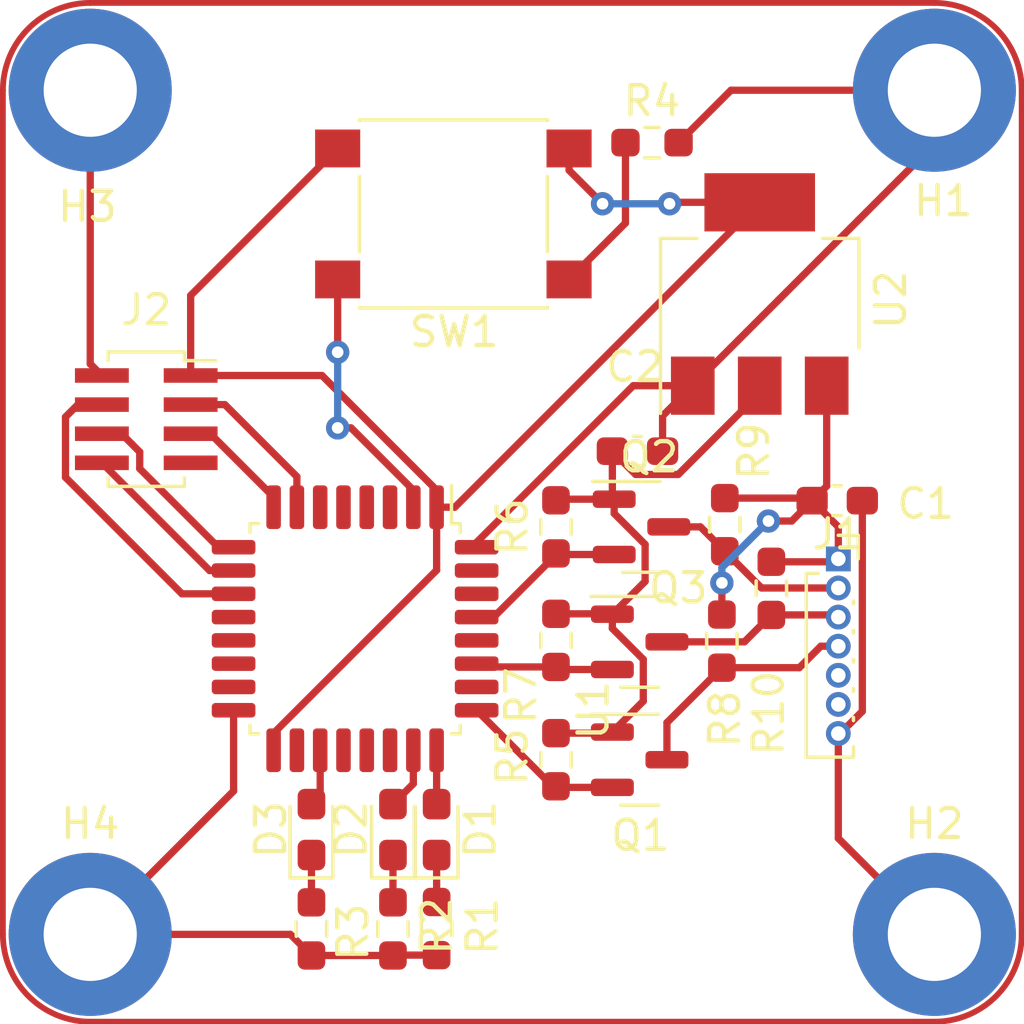
<source format=kicad_pcb>
(kicad_pcb (version 20221018) (generator pcbnew)
  (layers (0 "F.Cu" signal) (31 "B.Cu" signal) (34 "B.Paste" user) (35 "F.Paste" user) (36 "B.SilkS" user "B.Silkscreen") (37 "F.SilkS" user "F.Silkscreen") (38 "B.Mask" user) (39 "F.Mask" user) (44 "Edge.Cuts" user))
  (net 0 "")
  (net 1 "+5V")
  (net 2 "GND")
  (net 3 "+3.3V")
  (net 4 "Net-(D1-K)")
  (net 5 "Player1_LED")
  (net 6 "Net-(D2-K)")
  (net 7 "Player2_LED")
  (net 8 "Net-(D3-K)")
  (net 9 "Status_LED")
  (net 10 "Data_Clock_SNES")
  (net 11 "Data_Latch_SNES")
  (net 12 "Serial_Data_SNES")
  (net 15 "SPI_Chip_Select")
  (net 16 "Chip_Enable")
  (net 17 "SPI_Digital_Input")
  (net 18 "SPI_Clock")
  (net 20 "SPI_Digital_Output")
  (net 21 "Serial_Data_STM32")
  (net 22 "Data_Clock_STM32")
  (net 23 "Data_Latch_STM32")
  (net 24 "Appairing_Btn")
  (net 28 "+3.3VA")
  (footprint "Diode_SMD:D_0603_1608Metric_Pad1.05x0.95mm_HandSolder" (layer "F.Cu") (at 155.9 107.4 90)
    (fp_text reference "D1" (at 0 1.5 90) (layer "F.SilkS"))
    (fp_text value "LED_Small" hide)
    (fp_line (start -1.66 -0.735) (end -1.66 0.735) (stroke (width 0.12)) (layer "F.SilkS"))
    (fp_line (start -1.66 0.735) (end 0.8 0.735) (stroke (width 0.12)) (layer "F.SilkS"))
    (fp_line (start 0.8 -0.735) (end -1.66 -0.735) (stroke (width 0.12)) (layer "F.SilkS"))
    (pad "1" smd roundrect (at -0.875 0 90) (size 1.05 0.95) (layers "F.Cu" "F.Paste" "F.Mask") (net 4 "Net-(D1-K)"))
    (pad "2" smd roundrect (at 0.875 0 90) (size 1.05 0.95) (layers "F.Cu" "F.Paste" "F.Mask") (net 5 "Player1_LED"))
  )
  (footprint "Connector_PinSocket_1.00mm:PinSocket_1x07_P1.00mm_Vertical" (layer "F.Cu") (at 169.7 98.1)
    (fp_text reference "J1" (at -0.0275 -0.85) (layer "F.SilkS"))
    (fp_text value "Conn_01x07_Socket" hide)
    (fp_line (start -1.1 0.5) (end -1.1 6.81) (stroke (width 0.12)) (layer "F.SilkS"))
    (fp_line (start -1.1 0.5) (end -0.685 0.5) (stroke (width 0.12)) (layer "F.SilkS"))
    (fp_line (start -1.1 6.81) (end 0.52 6.81) (stroke (width 0.12)) (layer "F.SilkS"))
    (fp_line (start 0 -0.81) (end 0.685 -0.81) (stroke (width 0.12)) (layer "F.SilkS"))
    (fp_line (start 0.52 1.445898) (end 0.52 1.554102) (stroke (width 0.12)) (layer "F.SilkS"))
    (fp_line (start 0.52 2.445898) (end 0.52 2.554102) (stroke (width 0.12)) (layer "F.SilkS"))
    (fp_line (start 0.52 3.445898) (end 0.52 3.554102) (stroke (width 0.12)) (layer "F.SilkS"))
    (fp_line (start 0.52 4.445898) (end 0.52 4.554102) (stroke (width 0.12)) (layer "F.SilkS"))
    (fp_line (start 0.52 5.445898) (end 0.52 5.554102) (stroke (width 0.12)) (layer "F.SilkS"))
    (fp_line (start 0.52 6.445898) (end 0.52 6.81) (stroke (width 0.12)) (layer "F.SilkS"))
    (fp_line (start 0.685 -0.81) (end 0.685 0) (stroke (width 0.12)) (layer "F.SilkS"))
    (pad "1" thru_hole rect (at 0 0) (size 0.85 0.85) (drill 0.5) (layers "*.Cu" "*.Mask") (net 1 "+5V"))
    (pad "2" thru_hole oval (at 0 1) (size 0.85 0.85) (drill 0.5) (layers "*.Cu" "*.Mask") (net 10 "Data_Clock_SNES"))
    (pad "3" thru_hole oval (at 0 2) (size 0.85 0.85) (drill 0.5) (layers "*.Cu" "*.Mask") (net 11 "Data_Latch_SNES"))
    (pad "4" thru_hole oval (at 0 3) (size 0.85 0.85) (drill 0.5) (layers "*.Cu" "*.Mask") (net 12 "Serial_Data_SNES"))
    (pad "5" thru_hole oval (at 0 4) (size 0.85 0.85) (drill 0.5) (layers "*.Cu" "*.Mask"))
    (pad "6" thru_hole oval (at 0 5) (size 0.85 0.85) (drill 0.5) (layers "*.Cu" "*.Mask"))
    (pad "7" thru_hole oval (at 0 6) (size 0.85 0.85) (drill 0.5) (layers "*.Cu" "*.Mask") (net 2 "GND"))
  )
  (footprint "Resistor_SMD:R_0603_1608Metric_Pad0.98x0.95mm_HandSolder" (layer "F.Cu") (at 160 105 -90)
    (fp_text reference "R5" (at -0.1 1.5 90) (layer "F.SilkS"))
    (fp_text value "10k" hide)
    (fp_line (start -0.254724 -0.5225) (end 0.254724 -0.5225) (stroke (width 0.12)) (layer "F.SilkS"))
    (fp_line (start -0.254724 0.5225) (end 0.254724 0.5225) (stroke (width 0.12)) (layer "F.SilkS"))
    (pad "1" smd roundrect (at -0.9125 0 270) (size 0.975 0.95) (layers "F.Cu" "F.Paste" "F.Mask") (net 3 "+3.3V"))
    (pad "2" smd roundrect (at 0.9125 0 270) (size 0.975 0.95) (layers "F.Cu" "F.Paste" "F.Mask") (net 21 "Serial_Data_STM32"))
  )
  (footprint "Resistor_SMD:R_0603_1608Metric_Pad0.98x0.95mm_HandSolder" (layer "F.Cu") (at 165.7 100.925 -90)
    (fp_text reference "R8" (at 2.675 -0.1 90) (layer "F.SilkS"))
    (fp_text value "10k" hide)
    (fp_line (start -0.254724 -0.5225) (end 0.254724 -0.5225) (stroke (width 0.12)) (layer "F.SilkS"))
    (fp_line (start -0.254724 0.5225) (end 0.254724 0.5225) (stroke (width 0.12)) (layer "F.SilkS"))
    (pad "1" smd roundrect (at -0.9125 0 270) (size 0.975 0.95) (layers "F.Cu" "F.Paste" "F.Mask") (net 1 "+5V"))
    (pad "2" smd roundrect (at 0.9125 0 270) (size 0.975 0.95) (layers "F.Cu" "F.Paste" "F.Mask") (net 12 "Serial_Data_SNES"))
  )
  (footprint "Package_TO_SOT_SMD:SOT-223-3_TabPin2" (layer "F.Cu") (at 167 89 90)
    (fp_text reference "U2" (at -0.2 4.5 90) (layer "F.SilkS"))
    (fp_text value "AMS1117-3.3" hide)
    (fp_line (start -4.1 -3.41) (end 1.91 -3.41) (stroke (width 0.12)) (layer "F.SilkS"))
    (fp_line (start -1.85 3.41) (end 1.91 3.41) (stroke (width 0.12)) (layer "F.SilkS"))
    (fp_line (start 1.91 -3.41) (end 1.91 -2.15) (stroke (width 0.12)) (layer "F.SilkS"))
    (fp_line (start 1.91 3.41) (end 1.91 2.15) (stroke (width 0.12)) (layer "F.SilkS"))
    (pad "1" smd rect (at -3.15 -2.3 90) (size 2 1.5) (layers "F.Cu" "F.Paste" "F.Mask") (net 2 "GND"))
    (pad "2" smd rect (at -3.15 0 90) (size 2 1.5) (layers "F.Cu" "F.Paste" "F.Mask") (net 3 "+3.3V"))
    (pad "2" smd rect (at 3.15 0 90) (size 2 3.8) (layers "F.Cu" "F.Paste" "F.Mask") (net 3 "+3.3V"))
    (pad "3" smd rect (at -3.15 2.3 90) (size 2 1.5) (layers "F.Cu" "F.Paste" "F.Mask") (net 1 "+5V"))
  )
  (footprint "Capacitor_SMD:C_0603_1608Metric_Pad1.08x0.95mm_HandSolder" (layer "F.Cu") (at 169.6625 96.1)
    (fp_text reference "C1" (at 3.0375 0.1) (layer "F.SilkS"))
    (fp_text value "1u" hide)
    (fp_line (start -0.146267 -0.51) (end 0.146267 -0.51) (stroke (width 0.12)) (layer "F.SilkS"))
    (fp_line (start -0.146267 0.51) (end 0.146267 0.51) (stroke (width 0.12)) (layer "F.SilkS"))
    (pad "1" smd roundrect (at -0.8625 0) (size 1.075 0.95) (layers "F.Cu" "F.Paste" "F.Mask") (net 1 "+5V"))
    (pad "2" smd roundrect (at 0.8625 0) (size 1.075 0.95) (layers "F.Cu" "F.Paste" "F.Mask") (net 2 "GND"))
  )
  (footprint "MountingHole:MountingHole_3.2mm_M3_DIN965_Pad" (layer "F.Cu") (at 173 111)
    (fp_text reference "H2" (at 0 -3.8) (layer "F.SilkS"))
    (fp_text value "MountingHole_Pad" hide)
    (pad "1" thru_hole circle (at 0 0) (size 5.6 5.6) (drill 3.2) (layers "*.Cu" "*.Mask") (net 2 "GND"))
  )
  (footprint "Diode_SMD:D_0603_1608Metric_Pad1.05x0.95mm_HandSolder" (layer "F.Cu") (at 151.6 107.4 90)
    (fp_text reference "D3" (at 0 -1.4 90) (layer "F.SilkS"))
    (fp_text value "LED_Small" hide)
    (fp_line (start -1.66 -0.735) (end -1.66 0.735) (stroke (width 0.12)) (layer "F.SilkS"))
    (fp_line (start -1.66 0.735) (end 0.8 0.735) (stroke (width 0.12)) (layer "F.SilkS"))
    (fp_line (start 0.8 -0.735) (end -1.66 -0.735) (stroke (width 0.12)) (layer "F.SilkS"))
    (pad "1" smd roundrect (at -0.875 0 90) (size 1.05 0.95) (layers "F.Cu" "F.Paste" "F.Mask") (net 8 "Net-(D3-K)"))
    (pad "2" smd roundrect (at 0.875 0 90) (size 1.05 0.95) (layers "F.Cu" "F.Paste" "F.Mask") (net 9 "Status_LED"))
  )
  (footprint "Button_Switch_SMD:SW_Push_1P1T_NO_6x6mm_H9.5mm" (layer "F.Cu") (at 156.475 86.25)
    (fp_text reference "SW1" (at 0.025 4.05) (layer "F.SilkS"))
    (fp_text value "SW_Push" hide)
    (fp_line (start -3.23 -3.23) (end 3.23 -3.23) (stroke (width 0.12)) (layer "F.SilkS"))
    (fp_line (start -3.23 -3.2) (end -3.23 -3.23) (stroke (width 0.12)) (layer "F.SilkS"))
    (fp_line (start -3.23 -1.3) (end -3.23 1.3) (stroke (width 0.12)) (layer "F.SilkS"))
    (fp_line (start -3.23 3.23) (end -3.23 3.2) (stroke (width 0.12)) (layer "F.SilkS"))
    (fp_line (start -3.23 3.23) (end 3.23 3.23) (stroke (width 0.12)) (layer "F.SilkS"))
    (fp_line (start 3.23 -3.23) (end 3.23 -3.2) (stroke (width 0.12)) (layer "F.SilkS"))
    (fp_line (start 3.23 -1.3) (end 3.23 1.3) (stroke (width 0.12)) (layer "F.SilkS"))
    (fp_line (start 3.23 3.23) (end 3.23 3.2) (stroke (width 0.12)) (layer "F.SilkS"))
    (pad "1" smd rect (at -3.975 -2.25) (size 1.55 1.3) (layers "F.Cu" "F.Paste" "F.Mask") (net 3 "+3.3V"))
    (pad "1" smd rect (at 3.975 -2.25) (size 1.55 1.3) (layers "F.Cu" "F.Paste" "F.Mask") (net 3 "+3.3V"))
    (pad "2" smd rect (at -3.975 2.25) (size 1.55 1.3) (layers "F.Cu" "F.Paste" "F.Mask") (net 24 "Appairing_Btn"))
    (pad "2" smd rect (at 3.975 2.25) (size 1.55 1.3) (layers "F.Cu" "F.Paste" "F.Mask") (net 24 "Appairing_Btn"))
  )
  (footprint "Resistor_SMD:R_0603_1608Metric_Pad0.98x0.95mm_HandSolder" (layer "F.Cu") (at 160 97 -90)
    (fp_text reference "R6" (at 0 1.5 90) (layer "F.SilkS"))
    (fp_text value "10k" hide)
    (fp_line (start -0.254724 -0.5225) (end 0.254724 -0.5225) (stroke (width 0.12)) (layer "F.SilkS"))
    (fp_line (start -0.254724 0.5225) (end 0.254724 0.5225) (stroke (width 0.12)) (layer "F.SilkS"))
    (pad "1" smd roundrect (at -0.9125 0 270) (size 0.975 0.95) (layers "F.Cu" "F.Paste" "F.Mask") (net 3 "+3.3V"))
    (pad "2" smd roundrect (at 0.9125 0 270) (size 0.975 0.95) (layers "F.Cu" "F.Paste" "F.Mask") (net 22 "Data_Clock_STM32"))
  )
  (footprint "Resistor_SMD:R_0603_1608Metric_Pad0.98x0.95mm_HandSolder" (layer "F.Cu") (at 163.3 83.8)
    (fp_text reference "R4" (at 0 -1.43) (layer "F.SilkS"))
    (fp_text value "10k" hide)
    (fp_line (start -0.254724 -0.5225) (end 0.254724 -0.5225) (stroke (width 0.12)) (layer "F.SilkS"))
    (fp_line (start -0.254724 0.5225) (end 0.254724 0.5225) (stroke (width 0.12)) (layer "F.SilkS"))
    (pad "1" smd roundrect (at -0.9125 0) (size 0.975 0.95) (layers "F.Cu" "F.Paste" "F.Mask") (net 24 "Appairing_Btn"))
    (pad "2" smd roundrect (at 0.9125 0) (size 0.975 0.95) (layers "F.Cu" "F.Paste" "F.Mask") (net 2 "GND"))
  )
  (footprint "Connector_PinSocket_1.00mm:PinSocket_2x04_P1.00mm_Vertical_SMD" (layer "F.Cu") (at 145.925 93.3)
    (fp_text reference "J2" (at 0 -3.75) (layer "F.SilkS"))
    (fp_text value "Conn_01x08_Socket" hide)
    (fp_line (start -1.31 -2.31) (end -1.31 -2.01) (stroke (width 0.12)) (layer "F.SilkS"))
    (fp_line (start -1.31 -2.31) (end 1.31 -2.31) (stroke (width 0.12)) (layer "F.SilkS"))
    (fp_line (start -1.31 2.01) (end -1.31 2.31) (stroke (width 0.12)) (layer "F.SilkS"))
    (fp_line (start -1.31 2.31) (end 1.31 2.31) (stroke (width 0.12)) (layer "F.SilkS"))
    (fp_line (start 1.31 -2.31) (end 1.31 -2.01) (stroke (width 0.12)) (layer "F.SilkS"))
    (fp_line (start 1.31 -2.01) (end 2.39 -2.01) (stroke (width 0.12)) (layer "F.SilkS"))
    (fp_line (start 1.31 2.01) (end 1.31 2.31) (stroke (width 0.12)) (layer "F.SilkS"))
    (pad "1" smd rect (at 1.525 -1.5) (size 1.85 0.5) (layers "F.Cu" "F.Paste" "F.Mask") (net 3 "+3.3V"))
    (pad "2" smd rect (at -1.525 -1.5) (size 1.85 0.5) (layers "F.Cu" "F.Paste" "F.Mask") (net 2 "GND"))
    (pad "3" smd rect (at 1.525 -0.5) (size 1.85 0.5) (layers "F.Cu" "F.Paste" "F.Mask") (net 15 "SPI_Chip_Select"))
    (pad "4" smd rect (at -1.525 -0.5) (size 1.85 0.5) (layers "F.Cu" "F.Paste" "F.Mask") (net 16 "Chip_Enable"))
    (pad "5" smd rect (at 1.525 0.5) (size 1.85 0.5) (layers "F.Cu" "F.Paste" "F.Mask") (net 17 "SPI_Digital_Input"))
    (pad "6" smd rect (at -1.525 0.5) (size 1.85 0.5) (layers "F.Cu" "F.Paste" "F.Mask") (net 18 "SPI_Clock"))
    (pad "7" smd rect (at 1.525 1.5) (size 1.85 0.5) (layers "F.Cu" "F.Paste" "F.Mask"))
    (pad "8" smd rect (at -1.525 1.5) (size 1.85 0.5) (layers "F.Cu" "F.Paste" "F.Mask") (net 20 "SPI_Digital_Output"))
  )
  (footprint "Package_TO_SOT_SMD:SOT-23" (layer "F.Cu") (at 162.9375 97)
    (fp_text reference "Q2" (at 0.2625 -2.4) (layer "F.SilkS"))
    (fp_text value "2N7002" hide)
    (fp_line (start 0 -1.56) (end -1.675 -1.56) (stroke (width 0.12)) (layer "F.SilkS"))
    (fp_line (start 0 -1.56) (end 0.65 -1.56) (stroke (width 0.12)) (layer "F.SilkS"))
    (fp_line (start 0 1.56) (end -0.65 1.56) (stroke (width 0.12)) (layer "F.SilkS"))
    (fp_line (start 0 1.56) (end 0.65 1.56) (stroke (width 0.12)) (layer "F.SilkS"))
    (pad "1" smd roundrect (at -0.9375 -0.95) (size 1.475 0.6) (layers "F.Cu" "F.Paste" "F.Mask") (net 3 "+3.3V"))
    (pad "2" smd roundrect (at -0.9375 0.95) (size 1.475 0.6) (layers "F.Cu" "F.Paste" "F.Mask") (net 22 "Data_Clock_STM32"))
    (pad "3" smd roundrect (at 0.9375 0) (size 1.475 0.6) (layers "F.Cu" "F.Paste" "F.Mask") (net 10 "Data_Clock_SNES"))
  )
  (footprint "Resistor_SMD:R_0603_1608Metric_Pad0.98x0.95mm_HandSolder" (layer "F.Cu") (at 167.4 99.1125 -90)
    (fp_text reference "R10" (at 4.2875 0.1 90) (layer "F.SilkS"))
    (fp_text value "10k" hide)
    (fp_line (start -0.254724 -0.5225) (end 0.254724 -0.5225) (stroke (width 0.12)) (layer "F.SilkS"))
    (fp_line (start -0.254724 0.5225) (end 0.254724 0.5225) (stroke (width 0.12)) (layer "F.SilkS"))
    (pad "1" smd roundrect (at -0.9125 0 270) (size 0.975 0.95) (layers "F.Cu" "F.Paste" "F.Mask") (net 1 "+5V"))
    (pad "2" smd roundrect (at 0.9125 0 270) (size 0.975 0.95) (layers "F.Cu" "F.Paste" "F.Mask") (net 11 "Data_Latch_SNES"))
  )
  (footprint "Resistor_SMD:R_0603_1608Metric_Pad0.98x0.95mm_HandSolder" (layer "F.Cu") (at 151.6 110.8125 -90)
    (fp_text reference "R3" (at 0.1125 -1.43 90) (layer "F.SilkS"))
    (fp_text value "1k" hide)
    (fp_line (start -0.254724 -0.5225) (end 0.254724 -0.5225) (stroke (width 0.12)) (layer "F.SilkS"))
    (fp_line (start -0.254724 0.5225) (end 0.254724 0.5225) (stroke (width 0.12)) (layer "F.SilkS"))
    (pad "1" smd roundrect (at -0.9125 0 270) (size 0.975 0.95) (layers "F.Cu" "F.Paste" "F.Mask") (net 8 "Net-(D3-K)"))
    (pad "2" smd roundrect (at 0.9125 0 270) (size 0.975 0.95) (layers "F.Cu" "F.Paste" "F.Mask") (net 2 "GND"))
  )
  (footprint "MountingHole:MountingHole_3.2mm_M3_DIN965_Pad" (layer "F.Cu") (at 144 82)
    (fp_text reference "H3" (at -0.1 4) (layer "F.SilkS"))
    (fp_text value "MountingHole_Pad" hide)
    (pad "1" thru_hole circle (at 0 0) (size 5.6 5.6) (drill 3.2) (layers "*.Cu" "*.Mask") (net 2 "GND"))
  )
  (footprint "Resistor_SMD:R_0603_1608Metric_Pad0.98x0.95mm_HandSolder" (layer "F.Cu") (at 154.4 110.8125 -90)
    (fp_text reference "R2" (at -0.1 -1.5 90) (layer "F.SilkS"))
    (fp_text value "1k" hide)
    (fp_line (start -0.254724 -0.5225) (end 0.254724 -0.5225) (stroke (width 0.12)) (layer "F.SilkS"))
    (fp_line (start -0.254724 0.5225) (end 0.254724 0.5225) (stroke (width 0.12)) (layer "F.SilkS"))
    (pad "1" smd roundrect (at -0.9125 0 270) (size 0.975 0.95) (layers "F.Cu" "F.Paste" "F.Mask") (net 6 "Net-(D2-K)"))
    (pad "2" smd roundrect (at 0.9125 0 270) (size 0.975 0.95) (layers "F.Cu" "F.Paste" "F.Mask") (net 2 "GND"))
  )
  (footprint "Capacitor_SMD:C_0603_1608Metric_Pad1.08x0.95mm_HandSolder" (layer "F.Cu") (at 162.8 94.4)
    (fp_text reference "C2" (at -0.1 -2.9) (layer "F.SilkS"))
    (fp_text value "1u" hide)
    (fp_line (start -0.146267 -0.51) (end 0.146267 -0.51) (stroke (width 0.12)) (layer "F.SilkS"))
    (fp_line (start -0.146267 0.51) (end 0.146267 0.51) (stroke (width 0.12)) (layer "F.SilkS"))
    (pad "1" smd roundrect (at -0.8625 0) (size 1.075 0.95) (layers "F.Cu" "F.Paste" "F.Mask") (net 3 "+3.3V"))
    (pad "2" smd roundrect (at 0.8625 0) (size 1.075 0.95) (layers "F.Cu" "F.Paste" "F.Mask") (net 2 "GND"))
  )
  (footprint "Package_QFP:LQFP-32_7x7mm_P0.8mm" (layer "F.Cu") (at 153.1 100.5 -90)
    (fp_text reference "U1" (at 2.8 -8.18 90) (layer "F.SilkS"))
    (fp_text value "STM32L412KBTx" hide)
    (fp_line (start -3.61 -3.61) (end -3.61 -3.31) (stroke (width 0.12)) (layer "F.SilkS"))
    (fp_line (start -3.61 -3.31) (end -4.925 -3.31) (stroke (width 0.12)) (layer "F.SilkS"))
    (fp_line (start -3.61 3.61) (end -3.61 3.31) (stroke (width 0.12)) (layer "F.SilkS"))
    (fp_line (start -3.31 -3.61) (end -3.61 -3.61) (stroke (width 0.12)) (layer "F.SilkS"))
    (fp_line (start -3.31 3.61) (end -3.61 3.61) (stroke (width 0.12)) (layer "F.SilkS"))
    (fp_line (start 3.31 -3.61) (end 3.61 -3.61) (stroke (width 0.12)) (layer "F.SilkS"))
    (fp_line (start 3.31 3.61) (end 3.61 3.61) (stroke (width 0.12)) (layer "F.SilkS"))
    (fp_line (start 3.61 -3.61) (end 3.61 -3.31) (stroke (width 0.12)) (layer "F.SilkS"))
    (fp_line (start 3.61 3.61) (end 3.61 3.31) (stroke (width 0.12)) (layer "F.SilkS"))
    (pad "1" smd roundrect (at -4.175 -2.8 270) (size 1.5 0.5) (layers "F.Cu" "F.Paste" "F.Mask") (net 3 "+3.3V"))
    (pad "2" smd roundrect (at -4.175 -2 270) (size 1.5 0.5) (layers "F.Cu" "F.Paste" "F.Mask") (net 24 "Appairing_Btn"))
    (pad "3" smd roundrect (at -4.175 -1.2 270) (size 1.5 0.5) (layers "F.Cu" "F.Paste" "F.Mask"))
    (pad "4" smd roundrect (at -4.175 -0.4 270) (size 1.5 0.5) (layers "F.Cu" "F.Paste" "F.Mask"))
    (pad "5" smd roundrect (at -4.175 0.4 270) (size 1.5 0.5) (layers "F.Cu" "F.Paste" "F.Mask") (net 28 "+3.3VA"))
    (pad "6" smd roundrect (at -4.175 1.2 270) (size 1.5 0.5) (layers "F.Cu" "F.Paste" "F.Mask"))
    (pad "7" smd roundrect (at -4.175 2 270) (size 1.5 0.5) (layers "F.Cu" "F.Paste" "F.Mask") (net 15 "SPI_Chip_Select"))
    (pad "8" smd roundrect (at -4.175 2.8 270) (size 1.5 0.5) (layers "F.Cu" "F.Paste" "F.Mask") (net 17 "SPI_Digital_Input"))
    (pad "9" smd roundrect (at -2.8 4.175 270) (size 0.5 1.5) (layers "F.Cu" "F.Paste" "F.Mask") (net 18 "SPI_Clock"))
    (pad "10" smd roundrect (at -2 4.175 270) (size 0.5 1.5) (layers "F.Cu" "F.Paste" "F.Mask") (net 20 "SPI_Digital_Output"))
    (pad "11" smd roundrect (at -1.2 4.175 270) (size 0.5 1.5) (layers "F.Cu" "F.Paste" "F.Mask") (net 16 "Chip_Enable"))
    (pad "12" smd roundrect (at -0.4 4.175 270) (size 0.5 1.5) (layers "F.Cu" "F.Paste" "F.Mask"))
    (pad "13" smd roundrect (at 0.4 4.175 270) (size 0.5 1.5) (layers "F.Cu" "F.Paste" "F.Mask"))
    (pad "14" smd roundrect (at 1.2 4.175 270) (size 0.5 1.5) (layers "F.Cu" "F.Paste" "F.Mask"))
    (pad "15" smd roundrect (at 2 4.175 270) (size 0.5 1.5) (layers "F.Cu" "F.Paste" "F.Mask"))
    (pad "16" smd roundrect (at 2.8 4.175 270) (size 0.5 1.5) (layers "F.Cu" "F.Paste" "F.Mask") (net 2 "GND"))
    (pad "17" smd roundrect (at 4.175 2.8 270) (size 1.5 0.5) (layers "F.Cu" "F.Paste" "F.Mask") (net 3 "+3.3V"))
    (pad "18" smd roundrect (at 4.175 2 270) (size 1.5 0.5) (layers "F.Cu" "F.Paste" "F.Mask"))
    (pad "19" smd roundrect (at 4.175 1.2 270) (size 1.5 0.5) (layers "F.Cu" "F.Paste" "F.Mask") (net 9 "Status_LED"))
    (pad "20" smd roundrect (at 4.175 0.4 270) (size 1.5 0.5) (layers "F.Cu" "F.Paste" "F.Mask"))
    (pad "21" smd roundrect (at 4.175 -0.4 270) (size 1.5 0.5) (layers "F.Cu" "F.Paste" "F.Mask"))
    (pad "22" smd roundrect (at 4.175 -1.2 270) (size 1.5 0.5) (layers "F.Cu" "F.Paste" "F.Mask"))
    (pad "23" smd roundrect (at 4.175 -2 270) (size 1.5 0.5) (layers "F.Cu" "F.Paste" "F.Mask") (net 7 "Player2_LED"))
    (pad "24" smd roundrect (at 4.175 -2.8 270) (size 1.5 0.5) (layers "F.Cu" "F.Paste" "F.Mask") (net 5 "Player1_LED"))
    (pad "25" smd roundrect (at 2.8 -4.175 270) (size 0.5 1.5) (layers "F.Cu" "F.Paste" "F.Mask") (net 21 "Serial_Data_STM32"))
    (pad "26" smd roundrect (at 2 -4.175 270) (size 0.5 1.5) (layers "F.Cu" "F.Paste" "F.Mask"))
    (pad "27" smd roundrect (at 1.2 -4.175 270) (size 0.5 1.5) (layers "F.Cu" "F.Paste" "F.Mask") (net 23 "Data_Latch_STM32"))
    (pad "28" smd roundrect (at 0.4 -4.175 270) (size 0.5 1.5) (layers "F.Cu" "F.Paste" "F.Mask"))
    (pad "29" smd roundrect (at -0.4 -4.175 270) (size 0.5 1.5) (layers "F.Cu" "F.Paste" "F.Mask") (net 22 "Data_Clock_STM32"))
    (pad "30" smd roundrect (at -1.2 -4.175 270) (size 0.5 1.5) (layers "F.Cu" "F.Paste" "F.Mask"))
    (pad "31" smd roundrect (at -2 -4.175 270) (size 0.5 1.5) (layers "F.Cu" "F.Paste" "F.Mask"))
    (pad "32" smd roundrect (at -2.8 -4.175 270) (size 0.5 1.5) (layers "F.Cu" "F.Paste" "F.Mask") (net 2 "GND"))
  )
  (footprint "Resistor_SMD:R_0603_1608Metric_Pad0.98x0.95mm_HandSolder" (layer "F.Cu") (at 165.8 96.925 -90)
    (fp_text reference "R9" (at -2.525 -1 90) (layer "F.SilkS"))
    (fp_text value "10k" hide)
    (fp_line (start -0.254724 -0.5225) (end 0.254724 -0.5225) (stroke (width 0.12)) (layer "F.SilkS"))
    (fp_line (start -0.254724 0.5225) (end 0.254724 0.5225) (stroke (width 0.12)) (layer "F.SilkS"))
    (pad "1" smd roundrect (at -0.9125 0 270) (size 0.975 0.95) (layers "F.Cu" "F.Paste" "F.Mask") (net 1 "+5V"))
    (pad "2" smd roundrect (at 0.9125 0 270) (size 0.975 0.95) (layers "F.Cu" "F.Paste" "F.Mask") (net 10 "Data_Clock_SNES"))
  )
  (footprint "Package_TO_SOT_SMD:SOT-23" (layer "F.Cu") (at 162.875 105)
    (fp_text reference "Q1" (at 0.025 2.6) (layer "F.SilkS"))
    (fp_text value "2N7002" hide)
    (fp_line (start 0 -1.56) (end -1.675 -1.56) (stroke (width 0.12)) (layer "F.SilkS"))
    (fp_line (start 0 -1.56) (end 0.65 -1.56) (stroke (width 0.12)) (layer "F.SilkS"))
    (fp_line (start 0 1.56) (end -0.65 1.56) (stroke (width 0.12)) (layer "F.SilkS"))
    (fp_line (start 0 1.56) (end 0.65 1.56) (stroke (width 0.12)) (layer "F.SilkS"))
    (pad "1" smd roundrect (at -0.9375 -0.95) (size 1.475 0.6) (layers "F.Cu" "F.Paste" "F.Mask") (net 3 "+3.3V"))
    (pad "2" smd roundrect (at -0.9375 0.95) (size 1.475 0.6) (layers "F.Cu" "F.Paste" "F.Mask") (net 21 "Serial_Data_STM32"))
    (pad "3" smd roundrect (at 0.9375 0) (size 1.475 0.6) (layers "F.Cu" "F.Paste" "F.Mask") (net 12 "Serial_Data_SNES"))
  )
  (footprint "Resistor_SMD:R_0603_1608Metric_Pad0.98x0.95mm_HandSolder" (layer "F.Cu") (at 160 100.9 -90)
    (fp_text reference "R7" (at 1.9 1.2 90) (layer "F.SilkS"))
    (fp_text value "10k" hide)
    (fp_line (start -0.254724 -0.5225) (end 0.254724 -0.5225) (stroke (width 0.12)) (layer "F.SilkS"))
    (fp_line (start -0.254724 0.5225) (end 0.254724 0.5225) (stroke (width 0.12)) (layer "F.SilkS"))
    (pad "1" smd roundrect (at -0.9125 0 270) (size 0.975 0.95) (layers "F.Cu" "F.Paste" "F.Mask") (net 3 "+3.3V"))
    (pad "2" smd roundrect (at 0.9125 0 270) (size 0.975 0.95) (layers "F.Cu" "F.Paste" "F.Mask") (net 23 "Data_Latch_STM32"))
  )
  (footprint "Resistor_SMD:R_0603_1608Metric_Pad0.98x0.95mm_HandSolder" (layer "F.Cu") (at 155.9 110.8 -90)
    (fp_text reference "R1" (at -0.08 -1.57 90) (layer "F.SilkS"))
    (fp_text value "1k" hide)
    (fp_line (start -0.254724 -0.5225) (end 0.254724 -0.5225) (stroke (width 0.12)) (layer "F.SilkS"))
    (fp_line (start -0.254724 0.5225) (end 0.254724 0.5225) (stroke (width 0.12)) (layer "F.SilkS"))
    (pad "1" smd roundrect (at -0.9125 0 270) (size 0.975 0.95) (layers "F.Cu" "F.Paste" "F.Mask") (net 4 "Net-(D1-K)"))
    (pad "2" smd roundrect (at 0.9125 0 270) (size 0.975 0.95) (layers "F.Cu" "F.Paste" "F.Mask") (net 2 "GND"))
  )
  (footprint "Package_TO_SOT_SMD:SOT-23" (layer "F.Cu") (at 162.875 100.95)
    (fp_text reference "Q3" (at 1.325 -1.85) (layer "F.SilkS"))
    (fp_text value "2N7002" hide)
    (fp_line (start 0 -1.56) (end -1.675 -1.56) (stroke (width 0.12)) (layer "F.SilkS"))
    (fp_line (start 0 -1.56) (end 0.65 -1.56) (stroke (width 0.12)) (layer "F.SilkS"))
    (fp_line (start 0 1.56) (end -0.65 1.56) (stroke (width 0.12)) (layer "F.SilkS"))
    (fp_line (start 0 1.56) (end 0.65 1.56) (stroke (width 0.12)) (layer "F.SilkS"))
    (pad "1" smd roundrect (at -0.9375 -0.95) (size 1.475 0.6) (layers "F.Cu" "F.Paste" "F.Mask") (net 3 "+3.3V"))
    (pad "2" smd roundrect (at -0.9375 0.95) (size 1.475 0.6) (layers "F.Cu" "F.Paste" "F.Mask") (net 23 "Data_Latch_STM32"))
    (pad "3" smd roundrect (at 0.9375 0) (size 1.475 0.6) (layers "F.Cu" "F.Paste" "F.Mask") (net 11 "Data_Latch_SNES"))
  )
  (footprint "Diode_SMD:D_0603_1608Metric_Pad1.05x0.95mm_HandSolder" (layer "F.Cu") (at 154.4 107.4 90)
    (fp_text reference "D2" (at 0 -1.43 90) (layer "F.SilkS"))
    (fp_text value "LED_Small" hide)
    (fp_line (start -1.66 -0.735) (end -1.66 0.735) (stroke (width 0.12)) (layer "F.SilkS"))
    (fp_line (start -1.66 0.735) (end 0.8 0.735) (stroke (width 0.12)) (layer "F.SilkS"))
    (fp_line (start 0.8 -0.735) (end -1.66 -0.735) (stroke (width 0.12)) (layer "F.SilkS"))
    (pad "1" smd roundrect (at -0.875 0 90) (size 1.05 0.95) (layers "F.Cu" "F.Paste" "F.Mask") (net 6 "Net-(D2-K)"))
    (pad "2" smd roundrect (at 0.875 0 90) (size 1.05 0.95) (layers "F.Cu" "F.Paste" "F.Mask") (net 7 "Player2_LED"))
  )
  (footprint "MountingHole:MountingHole_3.2mm_M3_DIN965_Pad" (layer "F.Cu") (at 173 82)
    (fp_text reference "H1" (at 0.3 3.8) (layer "F.SilkS"))
    (fp_text value "MountingHole_Pad" hide)
    (pad "1" thru_hole circle (at 0 0) (size 5.6 5.6) (drill 3.2) (layers "*.Cu" "*.Mask") (net 2 "GND"))
  )
  (footprint "MountingHole:MountingHole_3.2mm_M3_DIN965_Pad" (layer "F.Cu") (at 144 111)
    (fp_text reference "H4" (at 0 -3.8) (layer "F.SilkS"))
    (fp_text value "MountingHole_Pad" hide)
    (pad "1" thru_hole circle (at 0 0) (size 5.6 5.6) (drill 3.2) (layers "*.Cu" "*.Mask") (net 2 "GND"))
  )
  (gr_line (start 176 82) (end 176 111) (stroke (width 0.2)) (layer "F.Cu"))
  (gr_arc (start 144 114) (mid 141.87868 113.12132) (end 141 111) (stroke (width 0.2)) (layer "F.Cu"))
  (gr_arc (start 176 111) (mid 175.12132 113.12132) (end 173 114) (stroke (width 0.2)) (layer "F.Cu"))
  (gr_arc (start 173 79) (mid 175.12132 79.87868) (end 176 82) (stroke (width 0.2)) (layer "F.Cu"))
  (gr_arc (start 141 82) (mid 141.87868 79.87868) (end 144 79) (stroke (width 0.2)) (layer "F.Cu"))
  (gr_line (start 141 82) (end 141 111) (stroke (width 0.2)) (layer "F.Cu"))
  (gr_line (start 173 114) (end 144 114) (stroke (width 0.2)) (layer "F.Cu"))
  (gr_line (start 144 79) (end 173 79) (stroke (width 0.2)) (layer "F.Cu"))
  (segment (start 167.4 98.2) (end 169.6 98.2) (width 0.25) (layer "F.Cu") (net 1))
  (segment (start 169.7 97) (end 168.8 96.1) (width 0.25) (layer "F.Cu") (net 1))
  (segment (start 165.8 96.0125) (end 168.7125 96.0125) (width 0.25) (layer "F.Cu") (net 1))
  (segment (start 167.3 96.8) (end 168.1 96.8) (width 0.25) (layer "F.Cu") (net 1))
  (segment (start 168.1 96.8) (end 168.8 96.1) (width 0.25) (layer "F.Cu") (net 1))
  (segment (start 169.6 98.2) (end 169.7 98.1) (width 0.25) (layer "F.Cu") (net 1))
  (segment (start 169.3 92.15) (end 169.3 95.6) (width 0.25) (layer "F.Cu") (net 1))
  (segment (start 169.3 95.6) (end 168.8 96.1) (width 0.25) (layer "F.Cu") (net 1))
  (segment (start 165.7 100.0125) (end 165.7 98.9245) (width 0.25) (layer "F.Cu") (net 1))
  (segment (start 168.7125 96.0125) (end 168.8 96.1) (width 0.25) (layer "F.Cu") (net 1))
  (segment (start 169.7 98.1) (end 169.7 97) (width 0.25) (layer "F.Cu") (net 1))
  (via (at 167.3 96.8) (size 0.8) (drill 0.4) (layers "F.Cu" "B.Cu") (net 1))
  (via (at 165.7 98.9245) (size 0.8) (drill 0.4) (layers "F.Cu" "B.Cu") (net 1))
  (segment (start 165.7 98.4) (end 167.3 96.8) (width 0.25) (layer "B.Cu") (net 1))
  (segment (start 165.7 98.9245) (end 165.7 98.4) (width 0.25) (layer "B.Cu") (net 1))
  (segment (start 144 82) (end 144 91.4) (width 0.25) (layer "F.Cu") (net 2))
  (segment (start 163.6625 94.4) (end 163.6625 93.1875) (width 0.25) (layer "F.Cu") (net 2))
  (segment (start 162.654505 92.15) (end 157.275 97.529505) (width 0.25) (layer "F.Cu") (net 2))
  (segment (start 166.0125 82) (end 173 82) (width 0.25) (layer "F.Cu") (net 2))
  (segment (start 169.7 104.1) (end 169.7 107.7) (width 0.25) (layer "F.Cu") (net 2))
  (segment (start 154.4125 111.7125) (end 154.4 111.725) (width 0.25) (layer "F.Cu") (net 2))
  (segment (start 149.511396 103.3) (end 148.925 103.3) (width 0.25) (layer "F.Cu") (net 2))
  (segment (start 155.9 111.7125) (end 154.4125 111.7125) (width 0.25) (layer "F.Cu") (net 2))
  (segment (start 169.7 107.7) (end 173 111) (width 0.25) (layer "F.Cu") (net 2))
  (segment (start 170.253052 95.9875) (end 170.2625 95.996948) (width 0.25) (layer "F.Cu") (net 2))
  (segment (start 170.525 96.1) (end 170.525 103.335661) (width 0.25) (layer "F.Cu") (net 2))
  (segment (start 148.925 103.3) (end 148.925 106.075) (width 0.25) (layer "F.Cu") (net 2))
  (segment (start 173 83.85) (end 173 82) (width 0.25) (layer "F.Cu") (net 2))
  (segment (start 164.2125 83.8) (end 166.0125 82) (width 0.25) (layer "F.Cu") (net 2))
  (segment (start 163.6625 93.1875) (end 164.7 92.15) (width 0.25) (layer "F.Cu") (net 2))
  (segment (start 144 91.4) (end 144.4 91.8) (width 0.25) (layer "F.Cu") (net 2))
  (segment (start 164.7 92.15) (end 173 83.85) (width 0.25) (layer "F.Cu") (net 2))
  (segment (start 150.875 111) (end 144 111) (width 0.25) (layer "F.Cu") (net 2))
  (segment (start 157.275 97.529505) (end 157.275 97.7) (width 0.25) (layer "F.Cu") (net 2))
  (segment (start 154.4 111.725) (end 151.6 111.725) (width 0.25) (layer "F.Cu") (net 2))
  (segment (start 148.925 106.075) (end 144 111) (width 0.25) (layer "F.Cu") (net 2))
  (segment (start 170.525 103.335661) (end 169.760661 104.1) (width 0.25) (layer "F.Cu") (net 2))
  (segment (start 151.6 111.725) (end 150.875 111) (width 0.25) (layer "F.Cu") (net 2))
  (segment (start 164.7 92.15) (end 162.654505 92.15) (width 0.25) (layer "F.Cu") (net 2))
  (segment (start 169.760661 104.1) (end 169.7 104.1) (width 0.25) (layer "F.Cu") (net 2))
  (segment (start 147.45 91.8) (end 151.961396 91.8) (width 0.25) (layer "F.Cu") (net 3))
  (segment (start 163.95 85.85) (end 167 85.85) (width 0.25) (layer "F.Cu") (net 3))
  (segment (start 162 96.05) (end 162 96.540749) (width 0.25) (layer "F.Cu") (net 3))
  (segment (start 150.3 104.088604) (end 150.3 104.675) (width 0.25) (layer "F.Cu") (net 3))
  (segment (start 160.45 84.75) (end 161.6 85.9) (width 0.25) (layer "F.Cu") (net 3))
  (segment (start 163.0625 98.875) (end 161.9375 100) (width 0.25) (layer "F.Cu") (net 3))
  (segment (start 162 96.540749) (end 163.0625 97.603249) (width 0.25) (layer "F.Cu") (net 3))
  (segment (start 161.9375 94.4) (end 161.9375 95.9875) (width 0.25) (layer "F.Cu") (net 3))
  (segment (start 160 104.0875) (end 161.9 104.0875) (width 0.25) (layer "F.Cu") (net 3))
  (segment (start 160.45 84) (end 160.45 84.75) (width 0.25) (layer "F.Cu") (net 3))
  (segment (start 163 102.9875) (end 161.9375 104.05) (width 0.25) (layer "F.Cu") (net 3))
  (segment (start 155.9 98.488604) (end 150.3 104.088604) (width 0.25) (layer "F.Cu") (net 3))
  (segment (start 167 92.4) (end 164.2 95.2) (width 0.25) (layer "F.Cu") (net 3))
  (segment (start 160.0375 96.05) (end 160 96.0875) (width 0.25) (layer "F.Cu") (net 3))
  (segment (start 163.0625 97.603249) (end 163.0625 98.875) (width 0.25) (layer "F.Cu") (net 3))
  (segment (start 155.9 95.738604) (end 155.9 96.325) (width 0.25) (layer "F.Cu") (net 3))
  (segment (start 161.925 99.9875) (end 161.9375 100) (width 0.25) (layer "F.Cu") (net 3))
  (segment (start 155.9 96.325) (end 156.525 96.325) (width 0.25) (layer "F.Cu") (net 3))
  (segment (start 156.525 96.325) (end 167 85.85) (width 0.25) (layer "F.Cu") (net 3))
  (segment (start 161.9375 100) (end 161.9375 100.490749) (width 0.25) (layer "F.Cu") (net 3))
  (segment (start 167 92.15) (end 167 92.4) (width 0.25) (layer "F.Cu") (net 3))
  (segment (start 152.5 84) (end 147.45 89.05) (width 0.25) (layer "F.Cu") (net 3))
  (segment (start 151.961396 91.8) (end 155.9 95.738604) (width 0.25) (layer "F.Cu") (net 3))
  (segment (start 155.9 96.325) (end 155.9 98.488604) (width 0.25) (layer "F.Cu") (net 3))
  (segment (start 161.9375 100.490749) (end 163 101.553249) (width 0.25) (layer "F.Cu") (net 3))
  (segment (start 160 99.9875) (end 161.925 99.9875) (width 0.25) (layer "F.Cu") (net 3))
  (segment (start 164.2 95.2) (end 162.7375 95.2) (width 0.25) (layer "F.Cu") (net 3))
  (segment (start 163 101.553249) (end 163 102.9875) (width 0.25) (layer "F.Cu") (net 3))
  (segment (start 162 96.05) (end 160.0375 96.05) (width 0.25) (layer "F.Cu") (net 3))
  (segment (start 161.9 104.0875) (end 161.9375 104.05) (width 0.25) (layer "F.Cu") (net 3))
  (segment (start 147.45 89.05) (end 147.45 91.8) (width 0.25) (layer "F.Cu") (net 3))
  (segment (start 163.9 85.9) (end 163.95 85.85) (width 0.25) (layer "F.Cu") (net 3))
  (segment (start 161.9375 95.9875) (end 162 96.05) (width 0.25) (layer "F.Cu") (net 3))
  (segment (start 162.7375 95.2) (end 161.9375 94.4) (width 0.25) (layer "F.Cu") (net 3))
  (via (at 161.6 85.9) (size 0.8) (drill 0.4) (layers "F.Cu" "B.Cu") (net 3))
  (via (at 163.9 85.9) (size 0.8) (drill 0.4) (layers "F.Cu" "B.Cu") (net 3))
  (segment (start 161.6 85.9) (end 163.9 85.9) (width 0.25) (layer "B.Cu") (net 3))
  (segment (start 155.9 108.275) (end 155.9 109.8875) (width 0.25) (layer "F.Cu") (net 4))
  (segment (start 155.9 106.525) (end 155.9 104.675) (width 0.25) (layer "F.Cu") (net 5))
  (segment (start 154.4 108.275) (end 154.4 109.9) (width 0.25) (layer "F.Cu") (net 6))
  (segment (start 154.4 106.525) (end 155.1 105.825) (width 0.25) (layer "F.Cu") (net 7))
  (segment (start 155.1 105.825) (end 155.1 104.675) (width 0.25) (layer "F.Cu") (net 7))
  (segment (start 151.6 108.275) (end 151.6 109.9) (width 0.25) (layer "F.Cu") (net 8))
  (segment (start 151.9 106.225) (end 151.9 104.675) (width 0.25) (layer "F.Cu") (net 9))
  (segment (start 151.6 106.525) (end 151.9 106.225) (width 0.25) (layer "F.Cu") (net 9))
  (segment (start 167.0625 99.1) (end 169.7 99.1) (width 0.25) (layer "F.Cu") (net 10))
  (segment (start 165.8 97.8375) (end 167.0625 99.1) (width 0.25) (layer "F.Cu") (net 10))
  (segment (start 163.875 97) (end 164.9625 97) (width 0.25) (layer "F.Cu") (net 10))
  (segment (start 164.9625 97) (end 165.8 97.8375) (width 0.25) (layer "F.Cu") (net 10))
  (segment (start 167.4 100.025) (end 166.475 100.95) (width 0.25) (layer "F.Cu") (net 11))
  (segment (start 167.4 100.025) (end 169.625 100.025) (width 0.25) (layer "F.Cu") (net 11))
  (segment (start 166.475 100.95) (end 163.8125 100.95) (width 0.25) (layer "F.Cu") (net 11))
  (segment (start 169.625 100.025) (end 169.7 100.1) (width 0.25) (layer "F.Cu") (net 11))
  (segment (start 163.8125 105) (end 163.8125 103.725) (width 0.25) (layer "F.Cu") (net 12))
  (segment (start 169.09896 101.1) (end 169.7 101.1) (width 0.25) (layer "F.Cu") (net 12))
  (segment (start 165.7 101.8375) (end 168.36146 101.8375) (width 0.25) (layer "F.Cu") (net 12))
  (segment (start 168.36146 101.8375) (end 169.09896 101.1) (width 0.25) (layer "F.Cu") (net 12))
  (segment (start 163.8125 103.725) (end 165.7 101.8375) (width 0.25) (layer "F.Cu") (net 12))
  (segment (start 148.625 92.8) (end 151.1 95.275) (width 0.25) (layer "F.Cu") (net 15))
  (segment (start 151.1 95.275) (end 151.1 96.325) (width 0.25) (layer "F.Cu") (net 15))
  (segment (start 147.45 92.8) (end 148.625 92.8) (width 0.25) (layer "F.Cu") (net 15))
  (segment (start 143.15 95.3) (end 147.15 99.3) (width 0.25) (layer "F.Cu") (net 16))
  (segment (start 143.575 92.8) (end 143.15 93.225) (width 0.25) (layer "F.Cu") (net 16))
  (segment (start 147.15 99.3) (end 148.925 99.3) (width 0.25) (layer "F.Cu") (net 16))
  (segment (start 144.4 92.8) (end 143.575 92.8) (width 0.25) (layer "F.Cu") (net 16))
  (segment (start 143.15 93.225) (end 143.15 95.3) (width 0.25) (layer "F.Cu") (net 16))
  (segment (start 148.125 93.8) (end 150.3 95.975) (width 0.25) (layer "F.Cu") (net 17))
  (segment (start 150.3 95.975) (end 150.3 96.325) (width 0.25) (layer "F.Cu") (net 17))
  (segment (start 147.45 93.8) (end 148.125 93.8) (width 0.25) (layer "F.Cu") (net 17))
  (segment (start 145.075 93.8) (end 145.7 94.425) (width 0.25) (layer "F.Cu") (net 18))
  (segment (start 148.4 97.7) (end 148.925 97.7) (width 0.25) (layer "F.Cu") (net 18))
  (segment (start 145.7 95) (end 148.4 97.7) (width 0.25) (layer "F.Cu") (net 18))
  (segment (start 144.4 93.8) (end 145.075 93.8) (width 0.25) (layer "F.Cu") (net 18))
  (segment (start 145.7 94.425) (end 145.7 95) (width 0.25) (layer "F.Cu") (net 18))
  (segment (start 144.4 94.8) (end 148.1 98.5) (width 0.25) (layer "F.Cu") (net 20))
  (segment (start 148.1 98.5) (end 148.925 98.5) (width 0.25) (layer "F.Cu") (net 20))
  (segment (start 160 105.9125) (end 159.8875 105.9125) (width 0.25) (layer "F.Cu") (net 21))
  (segment (start 161.9375 105.95) (end 160.0375 105.95) (width 0.25) (layer "F.Cu") (net 21))
  (segment (start 160.0375 105.95) (end 160 105.9125) (width 0.25) (layer "F.Cu") (net 21))
  (segment (start 159.8875 105.9125) (end 157.275 103.3) (width 0.25) (layer "F.Cu") (net 21))
  (segment (start 160 97.961396) (end 157.861396 100.1) (width 0.25) (layer "F.Cu") (net 22))
  (segment (start 160 97.9125) (end 160.0375 97.95) (width 0.25) (layer "F.Cu") (net 22))
  (segment (start 160.0375 97.95) (end 162 97.95) (width 0.25) (layer "F.Cu") (net 22))
  (segment (start 160 97.9125) (end 160 97.961396) (width 0.25) (layer "F.Cu") (net 22))
  (segment (start 157.861396 100.1) (end 157.275 100.1) (width 0.25) (layer "F.Cu") (net 22))
  (segment (start 161.9375 101.9) (end 160.0875 101.9) (width 0.25) (layer "F.Cu") (net 23))
  (segment (start 160.0875 101.9) (end 160 101.8125) (width 0.25) (layer "F.Cu") (net 23))
  (segment (start 157.3875 101.8125) (end 157.275 101.7) (width 0.25) (layer "F.Cu") (net 23))
  (segment (start 160 101.8125) (end 157.3875 101.8125) (width 0.25) (layer "F.Cu") (net 23))
  (segment (start 162.3875 86.5625) (end 162.3875 83.8) (width 0.25) (layer "F.Cu") (net 24))
  (segment (start 160.45 88.5) (end 162.3875 86.5625) (width 0.25) (layer "F.Cu") (net 24))
  (segment (start 155.1 95.738604) (end 155.1 96.325) (width 0.25) (layer "F.Cu") (net 24))
  (segment (start 152.5 88.5) (end 152.5 91) (width 0.25) (layer "F.Cu") (net 24))
  (segment (start 152.5 93.6) (end 152.961396 93.6) (width 0.25) (layer "F.Cu") (net 24))
  (segment (start 152.961396 93.6) (end 155.1 95.738604) (width 0.25) (layer "F.Cu") (net 24))
  (via (at 152.5 91) (size 0.8) (drill 0.4) (layers "F.Cu" "B.Cu") (net 24))
  (via (at 152.5 93.6) (size 0.8) (drill 0.4) (layers "F.Cu" "B.Cu") (net 24))
  (segment (start 152.5 91) (end 152.5 93.6) (width 0.25) (layer "B.Cu") (net 24))
)
</source>
